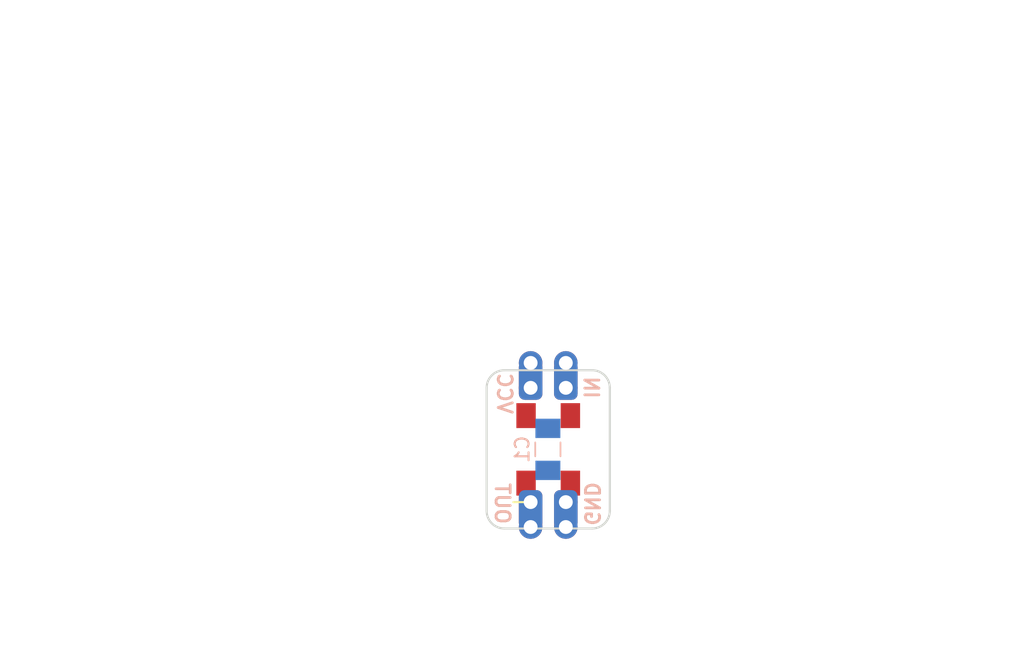
<source format=kicad_pcb>
(kicad_pcb (version 20171130) (host pcbnew 5.0.2-bee76a0~70~ubuntu16.04.1)

  (general
    (thickness 1.6)
    (drawings 29)
    (tracks 2)
    (zones 0)
    (modules 4)
    (nets 5)
  )

  (page USLetter)
  (title_block
    (title "Project Title")
  )

  (layers
    (0 F.Cu signal)
    (31 B.Cu signal)
    (34 B.Paste user)
    (35 F.Paste user)
    (36 B.SilkS user)
    (37 F.SilkS user)
    (38 B.Mask user)
    (39 F.Mask user)
    (44 Edge.Cuts user)
    (46 B.CrtYd user)
    (47 F.CrtYd user)
    (48 B.Fab user)
    (49 F.Fab user)
  )

  (setup
    (last_trace_width 0.254)
    (user_trace_width 0.1524)
    (user_trace_width 0.254)
    (user_trace_width 0.3302)
    (user_trace_width 0.508)
    (user_trace_width 0.762)
    (user_trace_width 1.27)
    (trace_clearance 0.254)
    (zone_clearance 0.508)
    (zone_45_only no)
    (trace_min 0.1524)
    (segment_width 0.1524)
    (edge_width 0.1524)
    (via_size 0.6858)
    (via_drill 0.3302)
    (via_min_size 0.6858)
    (via_min_drill 0.3302)
    (user_via 0.6858 0.3302)
    (user_via 0.762 0.4064)
    (user_via 0.8636 0.508)
    (uvia_size 0.6858)
    (uvia_drill 0.3302)
    (uvias_allowed no)
    (uvia_min_size 0)
    (uvia_min_drill 0)
    (pcb_text_width 0.1524)
    (pcb_text_size 1.016 1.016)
    (mod_edge_width 0.1524)
    (mod_text_size 1.016 1.016)
    (mod_text_width 0.1524)
    (pad_size 1.524 1.524)
    (pad_drill 0.762)
    (pad_to_mask_clearance 0.0762)
    (solder_mask_min_width 0.1016)
    (pad_to_paste_clearance -0.0762)
    (aux_axis_origin 0 0)
    (visible_elements FFFFDF7D)
    (pcbplotparams
      (layerselection 0x310fc_ffffffff)
      (usegerberextensions true)
      (usegerberattributes false)
      (usegerberadvancedattributes false)
      (creategerberjobfile false)
      (excludeedgelayer true)
      (linewidth 0.100000)
      (plotframeref false)
      (viasonmask false)
      (mode 1)
      (useauxorigin false)
      (hpglpennumber 1)
      (hpglpenspeed 20)
      (hpglpendiameter 15.000000)
      (psnegative false)
      (psa4output false)
      (plotreference true)
      (plotvalue true)
      (plotinvisibletext false)
      (padsonsilk false)
      (subtractmaskfromsilk false)
      (outputformat 1)
      (mirror false)
      (drillshape 0)
      (scaleselection 1)
      (outputdirectory "/home/greynaga/Documents/KiCad/github/Varios/Varios/ws2812b_reverse/gerbers/"))
  )

  (net 0 "")
  (net 1 VCC)
  (net 2 "Net-(J1-Pad2)")
  (net 3 GND)
  (net 4 "Net-(J2-Pad1)")

  (net_class Default "This is the default net class."
    (clearance 0.254)
    (trace_width 0.254)
    (via_dia 0.6858)
    (via_drill 0.3302)
    (uvia_dia 0.6858)
    (uvia_drill 0.3302)
    (add_net GND)
    (add_net "Net-(J1-Pad2)")
    (add_net "Net-(J2-Pad1)")
    (add_net VCC)
  )

  (module neo-reverse:LED-RGB-5050-SMD (layer F.Cu) (tedit 5C112960) (tstamp 5C10EB18)
    (at 144.145 107.315 270)
    (path /5C1015C7)
    (fp_text reference LED1 (at 0.025 0 270) (layer F.Fab)
      (effects (font (size 1 1) (thickness 0.15)))
    )
    (fp_text value LED-RGB-WS2812B-4SMD (at -0.0508 4.4704 270) (layer F.Fab) hide
      (effects (font (size 1 1) (thickness 0.15)))
    )
    (fp_text user %R (at -0.0254 -4.191 270) (layer F.Fab) hide
      (effects (font (size 1 1) (thickness 0.15)))
    )
    (fp_line (start 3.81 -2.921) (end -3.81 -2.921) (layer F.Fab) (width 0.05))
    (fp_line (start -3.81 -2.921) (end -3.81 3.048) (layer F.Fab) (width 0.05))
    (fp_line (start -3.81 3.048) (end 2.413 3.048) (layer F.Fab) (width 0.05))
    (fp_line (start 3.81 1.143) (end 3.81 -2.921) (layer F.Fab) (width 0.05))
    (fp_line (start 3.81 1.0146) (end 3.81 2.5146) (layer F.SilkS) (width 0.15))
    (fp_circle (center 2.45 1.65) (end 2.5 1.8) (layer F.Fab) (width 0.05))
    (fp_line (start 2.413 3.048) (end 3.81 1.143) (layer F.Fab) (width 0.0464))
    (pad 4 smd rect (at -2.4384 1.6 270) (size 1.8 1.4) (layers F.Cu F.Paste F.Mask)
      (net 4 "Net-(J2-Pad1)"))
    (pad 3 smd rect (at -2.4384 -1.6 270) (size 1.8 1.4) (layers F.Cu F.Paste F.Mask)
      (net 1 VCC))
    (pad 2 smd rect (at 2.4384 -1.6 270) (size 1.8 1.4) (layers F.Cu F.Paste F.Mask)
      (net 2 "Net-(J1-Pad2)"))
    (pad 1 smd rect (at 2.4384 1.6 270) (size 1.8 1.4) (layers F.Cu F.Paste F.Mask)
      (net 3 GND))
    (model ${KISYS3DMOD}/LEDs.3dshapes/WS2812B.wrl
      (at (xyz 0 0 0))
      (scale (xyz 0.3937 0.3937 0.3937))
      (rotate (xyz 0 0 90))
    )
  )

  (module neo-reverse:Pin_half-02x02_P2.54mm (layer B.Cu) (tedit 5C103115) (tstamp 5C1D3B21)
    (at 145.415 102.87 90)
    (descr "Through hole straight pin header, 1x02, 2.54mm pitch, single row")
    (tags "Through hole pin header THT 1x02 2.54mm single row")
    (path /5C103029)
    (fp_text reference J1 (at 0 2.33 90) (layer B.Fab)
      (effects (font (size 1 1) (thickness 0.15)) (justify mirror))
    )
    (fp_text value CONN_01X02 (at 0 -5.6896 90) (layer B.Fab)
      (effects (font (size 1 1) (thickness 0.15)) (justify mirror))
    )
    (fp_line (start -1.1176 1.8) (end -1.1176 -4.35) (layer B.CrtYd) (width 0.05))
    (fp_line (start -1.1176 -4.35) (end 2.8194 -4.35) (layer B.CrtYd) (width 0.05))
    (fp_line (start 2.8194 -4.35) (end 2.8194 1.8) (layer B.CrtYd) (width 0.05))
    (fp_line (start 2.8194 1.8) (end -1.1176 1.8) (layer B.CrtYd) (width 0.05))
    (fp_text user %R (at 0 -1.27) (layer B.Fab)
      (effects (font (size 1 1) (thickness 0.15)) (justify mirror))
    )
    (pad 1 thru_hole oval (at 0 0 90) (size 1.7 1.7) (drill 1) (layers *.Cu *.Mask)
      (net 1 VCC))
    (pad 2 thru_hole oval (at 0 -2.54 90) (size 1.7 1.7) (drill 1) (layers *.Cu *.Mask)
      (net 2 "Net-(J1-Pad2)"))
    (pad 1 thru_hole oval (at 1.8 0 90) (size 1.7 1.7) (drill 1) (layers *.Cu *.Mask)
      (net 1 VCC))
    (pad 2 thru_hole oval (at 1.8 -2.54 90) (size 1.7 1.7) (drill 1) (layers *.Cu *.Mask)
      (net 2 "Net-(J1-Pad2)"))
    (pad 1 smd roundrect (at 0.5334 0 90) (size 2.8 1.7) (layers B.Cu B.Mask) (roundrect_rratio 0.25)
      (net 1 VCC))
    (pad 1 smd roundrect (at 0.5334 0 90) (size 2.8 1.7) (layers F.Cu F.Mask) (roundrect_rratio 0.25)
      (net 1 VCC))
    (pad 2 smd roundrect (at 0.5334 -2.54 90) (size 2.8 1.7) (layers B.Cu B.Mask) (roundrect_rratio 0.25)
      (net 2 "Net-(J1-Pad2)"))
    (pad 2 smd roundrect (at 0.5334 -2.54 90) (size 2.8 1.7) (layers F.Cu F.Mask) (roundrect_rratio 0.25)
      (net 2 "Net-(J1-Pad2)"))
  )

  (module neo-reverse:Pin_half-02x02_P2.54mm (layer F.Cu) (tedit 5C103115) (tstamp 5C10F892)
    (at 145.415 111.125 270)
    (descr "Through hole straight pin header, 1x02, 2.54mm pitch, single row")
    (tags "Through hole pin header THT 1x02 2.54mm single row")
    (path /5C106126)
    (fp_text reference J2 (at 0 -2.33) (layer F.Fab)
      (effects (font (size 1 1) (thickness 0.15)))
    )
    (fp_text value CONN_01X02 (at 0 5.6896 270) (layer F.Fab)
      (effects (font (size 1 1) (thickness 0.15)))
    )
    (fp_text user %R (at 0 1.27) (layer F.Fab)
      (effects (font (size 1 1) (thickness 0.15)))
    )
    (fp_line (start 2.8194 -1.8) (end -1.1176 -1.8) (layer F.CrtYd) (width 0.05))
    (fp_line (start 2.8194 4.35) (end 2.8194 -1.8) (layer F.CrtYd) (width 0.05))
    (fp_line (start -1.1176 4.35) (end 2.8194 4.35) (layer F.CrtYd) (width 0.05))
    (fp_line (start -1.1176 -1.8) (end -1.1176 4.35) (layer F.CrtYd) (width 0.05))
    (pad 2 smd roundrect (at 0.5334 2.54 270) (size 2.8 1.7) (layers B.Cu B.Mask) (roundrect_rratio 0.25)
      (net 3 GND))
    (pad 2 smd roundrect (at 0.5334 2.54 270) (size 2.8 1.7) (layers F.Cu F.Mask) (roundrect_rratio 0.25)
      (net 3 GND))
    (pad 1 smd roundrect (at 0.5334 0 270) (size 2.8 1.7) (layers B.Cu B.Mask) (roundrect_rratio 0.25)
      (net 4 "Net-(J2-Pad1)"))
    (pad 1 smd roundrect (at 0.5334 0 270) (size 2.8 1.7) (layers F.Cu F.Mask) (roundrect_rratio 0.25)
      (net 4 "Net-(J2-Pad1)"))
    (pad 2 thru_hole oval (at 1.8 2.54 270) (size 1.7 1.7) (drill 1) (layers *.Cu *.Mask)
      (net 3 GND))
    (pad 1 thru_hole oval (at 1.8 0 270) (size 1.7 1.7) (drill 1) (layers *.Cu *.Mask)
      (net 4 "Net-(J2-Pad1)"))
    (pad 2 thru_hole oval (at 0 2.54 270) (size 1.7 1.7) (drill 1) (layers *.Cu *.Mask)
      (net 3 GND))
    (pad 1 thru_hole oval (at 0 0 270) (size 1.7 1.7) (drill 1) (layers *.Cu *.Mask)
      (net 4 "Net-(J2-Pad1)"))
  )

  (module Capacitor_SMD:C_1206_3216Metric_Pad1.39x1.80mm_HandSolder (layer B.Cu) (tedit 5AC5DB74) (tstamp 5C10FB4B)
    (at 144.1196 107.315 270)
    (descr "Capacitor SMD 1206 (3216 Metric), square (rectangular) end terminal, IPC_7351 nominal with elongated pad for handsoldering. (Body size source: http://www.tortai-tech.com/upload/download/2011102023233369053.pdf), generated with kicad-footprint-generator")
    (tags "capacitor handsolder")
    (path /5C10CDA9)
    (attr smd)
    (fp_text reference C1 (at 0 1.85 270) (layer B.SilkS)
      (effects (font (size 1 1) (thickness 0.15)) (justify mirror))
    )
    (fp_text value C (at 0 -1.85 270) (layer B.Fab)
      (effects (font (size 1 1) (thickness 0.15)) (justify mirror))
    )
    (fp_line (start -1.6 -0.8) (end -1.6 0.8) (layer B.Fab) (width 0.1))
    (fp_line (start -1.6 0.8) (end 1.6 0.8) (layer B.Fab) (width 0.1))
    (fp_line (start 1.6 0.8) (end 1.6 -0.8) (layer B.Fab) (width 0.1))
    (fp_line (start 1.6 -0.8) (end -1.6 -0.8) (layer B.Fab) (width 0.1))
    (fp_line (start -0.5 0.91) (end 0.5 0.91) (layer B.SilkS) (width 0.12))
    (fp_line (start -0.5 -0.91) (end 0.5 -0.91) (layer B.SilkS) (width 0.12))
    (fp_line (start -2.46 -1.15) (end -2.46 1.15) (layer B.CrtYd) (width 0.05))
    (fp_line (start -2.46 1.15) (end 2.46 1.15) (layer B.CrtYd) (width 0.05))
    (fp_line (start 2.46 1.15) (end 2.46 -1.15) (layer B.CrtYd) (width 0.05))
    (fp_line (start 2.46 -1.15) (end -2.46 -1.15) (layer B.CrtYd) (width 0.05))
    (fp_text user %R (at 0 0 270) (layer B.Fab)
      (effects (font (size 0.8 0.8) (thickness 0.12)) (justify mirror))
    )
    (pad 1 smd rect (at -1.5175 0 270) (size 1.395 1.8) (layers B.Cu B.Paste B.Mask)
      (net 1 VCC))
    (pad 2 smd rect (at 1.5175 0 270) (size 1.395 1.8) (layers B.Cu B.Paste B.Mask)
      (net 3 GND))
    (model ${KISYS3DMOD}/Capacitor_SMD.3dshapes/C_1206_3216Metric.wrl
      (at (xyz 0 0 0))
      (scale (xyz 1 1 1))
      (rotate (xyz 0 0 0))
    )
  )

  (gr_text VCC (at 140.9954 103.2764 270) (layer B.SilkS) (tstamp 5C1035EC)
    (effects (font (size 1.016 1.016) (thickness 0.2)) (justify mirror))
  )
  (gr_text IN (at 147.2438 102.8446 270) (layer B.SilkS) (tstamp 5C1035DE)
    (effects (font (size 1.016 1.016) (thickness 0.2)) (justify mirror))
  )
  (gr_text OUT (at 140.843 111.2266 270) (layer B.SilkS) (tstamp 5C1035D2)
    (effects (font (size 1.016 1.016) (thickness 0.2)) (justify mirror))
  )
  (gr_text GND (at 147.2946 111.252 270) (layer B.SilkS)
    (effects (font (size 1.016 1.016) (thickness 0.2)) (justify mirror))
  )
  (gr_arc (start 147.32 111.76) (end 147.32 113.03) (angle -90) (layer Edge.Cuts) (width 0.1524) (tstamp 5C10FBF7))
  (gr_arc (start 140.97 111.76) (end 139.7 111.76) (angle -90) (layer Edge.Cuts) (width 0.1524) (tstamp 5C10FBF4))
  (gr_arc (start 140.97 102.87) (end 140.97 101.6) (angle -90) (layer Edge.Cuts) (width 0.1524) (tstamp 5C10FBF0))
  (gr_arc (start 147.32 102.87) (end 148.59 102.87) (angle -90) (layer Edge.Cuts) (width 0.1524))
  (gr_line (start 148.59 111.76) (end 148.59 102.87) (layer Edge.Cuts) (width 0.1524) (tstamp 5C10EB38))
  (gr_line (start 140.97 113.03) (end 147.32 113.03) (layer Edge.Cuts) (width 0.1524))
  (gr_line (start 139.7 102.87) (end 139.7 111.76) (layer Edge.Cuts) (width 0.1524))
  (gr_line (start 147.32 101.6) (end 140.97 101.6) (layer Edge.Cuts) (width 0.1524))
  (gr_circle (center 117.348 76.962) (end 118.618 76.962) (layer Dwgs.User) (width 0.15))
  (gr_line (start 114.427 78.994) (end 114.427 74.93) (angle 90) (layer Dwgs.User) (width 0.15))
  (gr_line (start 120.269 78.994) (end 114.427 78.994) (angle 90) (layer Dwgs.User) (width 0.15))
  (gr_line (start 120.269 74.93) (end 120.269 78.994) (angle 90) (layer Dwgs.User) (width 0.15))
  (gr_line (start 114.427 74.93) (end 120.269 74.93) (angle 90) (layer Dwgs.User) (width 0.15))
  (gr_line (start 120.523 93.98) (end 104.648 93.98) (angle 90) (layer Dwgs.User) (width 0.15))
  (gr_line (start 173.355 102.235) (end 173.355 94.615) (angle 90) (layer Dwgs.User) (width 0.15))
  (gr_line (start 178.435 102.235) (end 173.355 102.235) (angle 90) (layer Dwgs.User) (width 0.15))
  (gr_line (start 178.435 94.615) (end 178.435 102.235) (angle 90) (layer Dwgs.User) (width 0.15))
  (gr_line (start 173.355 94.615) (end 178.435 94.615) (angle 90) (layer Dwgs.User) (width 0.15))
  (gr_line (start 109.093 123.19) (end 109.093 114.3) (angle 90) (layer Dwgs.User) (width 0.15))
  (gr_line (start 122.428 123.19) (end 109.093 123.19) (angle 90) (layer Dwgs.User) (width 0.15))
  (gr_line (start 122.428 114.3) (end 122.428 123.19) (angle 90) (layer Dwgs.User) (width 0.15))
  (gr_line (start 109.093 114.3) (end 122.428 114.3) (angle 90) (layer Dwgs.User) (width 0.15))
  (gr_line (start 104.648 93.98) (end 104.648 82.55) (angle 90) (layer Dwgs.User) (width 0.15))
  (gr_line (start 120.523 82.55) (end 120.523 93.98) (angle 90) (layer Dwgs.User) (width 0.15))
  (gr_line (start 104.648 82.55) (end 120.523 82.55) (angle 90) (layer Dwgs.User) (width 0.15))

  (segment (start 143.2625 111.2709) (end 142.875 111.6584) (width 0.762) (layer B.Cu) (net 3) (status 30))
  (segment (start 145.415 111.6584) (end 145.6944 111.379) (width 0.762) (layer B.Cu) (net 4))

  (zone (net 3) (net_name GND) (layer F.Cu) (tstamp 0) (hatch edge 0.508)
    (connect_pads (clearance 0.508))
    (min_thickness 0.254)
    (fill (arc_segments 16) (thermal_gap 0.508) (thermal_bridge_width 0.508))
    (polygon
      (pts
        (xy 139.065 100.33) (xy 149.225 100.33) (xy 149.225 114.3) (xy 139.065 114.3)
      )
    )
  )
  (zone (net 3) (net_name GND) (layer B.Cu) (tstamp 0) (hatch edge 0.508)
    (connect_pads (clearance 0.508))
    (min_thickness 0.254)
    (fill (arc_segments 16) (thermal_gap 0.508) (thermal_bridge_width 0.508))
    (polygon
      (pts
        (xy 139.065 100.33) (xy 149.225 100.33) (xy 149.225 114.3) (xy 139.065 114.3)
      )
    )
  )
)

</source>
